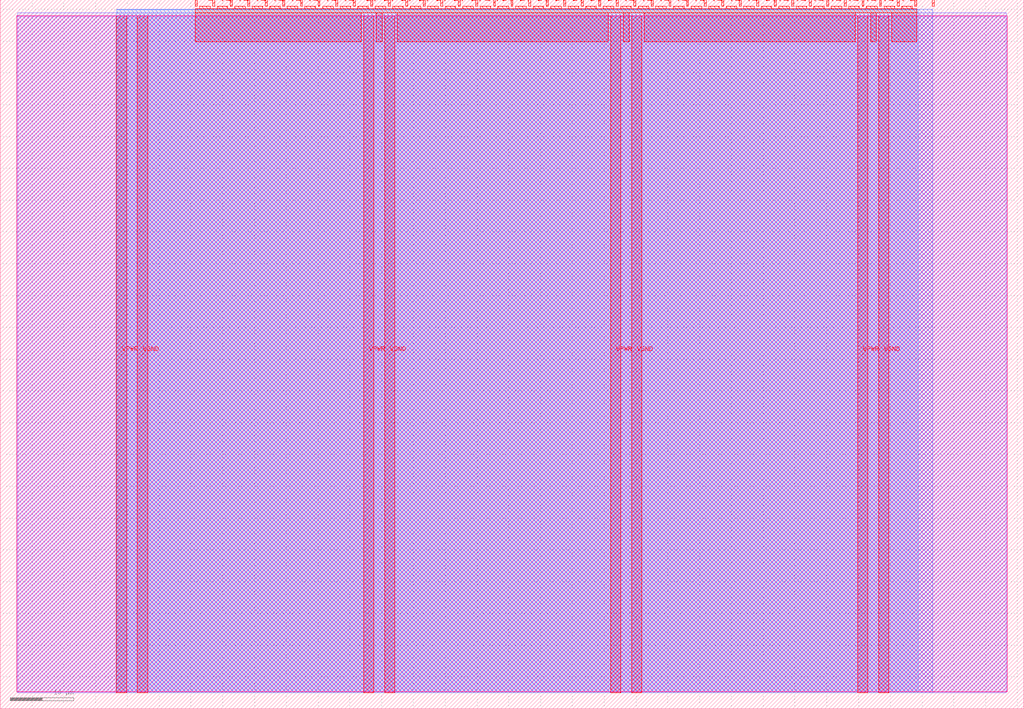
<source format=lef>
VERSION 5.7 ;
  NOWIREEXTENSIONATPIN ON ;
  DIVIDERCHAR "/" ;
  BUSBITCHARS "[]" ;
MACRO tt_um_fsm_haz
  CLASS BLOCK ;
  FOREIGN tt_um_fsm_haz ;
  ORIGIN 0.000 0.000 ;
  SIZE 161.000 BY 111.520 ;
  PIN VGND
    DIRECTION INOUT ;
    USE GROUND ;
    PORT
      LAYER met4 ;
        RECT 21.580 2.480 23.180 109.040 ;
    END
    PORT
      LAYER met4 ;
        RECT 60.450 2.480 62.050 109.040 ;
    END
    PORT
      LAYER met4 ;
        RECT 99.320 2.480 100.920 109.040 ;
    END
    PORT
      LAYER met4 ;
        RECT 138.190 2.480 139.790 109.040 ;
    END
  END VGND
  PIN VPWR
    DIRECTION INOUT ;
    USE POWER ;
    PORT
      LAYER met4 ;
        RECT 18.280 2.480 19.880 109.040 ;
    END
    PORT
      LAYER met4 ;
        RECT 57.150 2.480 58.750 109.040 ;
    END
    PORT
      LAYER met4 ;
        RECT 96.020 2.480 97.620 109.040 ;
    END
    PORT
      LAYER met4 ;
        RECT 134.890 2.480 136.490 109.040 ;
    END
  END VPWR
  PIN clk
    DIRECTION INPUT ;
    USE SIGNAL ;
    ANTENNAGATEAREA 0.852000 ;
    PORT
      LAYER met4 ;
        RECT 143.830 110.520 144.130 111.520 ;
    END
  END clk
  PIN ena
    DIRECTION INPUT ;
    USE SIGNAL ;
    PORT
      LAYER met4 ;
        RECT 146.590 110.520 146.890 111.520 ;
    END
  END ena
  PIN rst_n
    DIRECTION INPUT ;
    USE SIGNAL ;
    ANTENNAGATEAREA 0.196500 ;
    PORT
      LAYER met4 ;
        RECT 141.070 110.520 141.370 111.520 ;
    END
  END rst_n
  PIN ui_in[0]
    DIRECTION INPUT ;
    USE SIGNAL ;
    PORT
      LAYER met4 ;
        RECT 138.310 110.520 138.610 111.520 ;
    END
  END ui_in[0]
  PIN ui_in[1]
    DIRECTION INPUT ;
    USE SIGNAL ;
    PORT
      LAYER met4 ;
        RECT 135.550 110.520 135.850 111.520 ;
    END
  END ui_in[1]
  PIN ui_in[2]
    DIRECTION INPUT ;
    USE SIGNAL ;
    ANTENNAGATEAREA 0.196500 ;
    PORT
      LAYER met4 ;
        RECT 132.790 110.520 133.090 111.520 ;
    END
  END ui_in[2]
  PIN ui_in[3]
    DIRECTION INPUT ;
    USE SIGNAL ;
    ANTENNAGATEAREA 0.196500 ;
    PORT
      LAYER met4 ;
        RECT 130.030 110.520 130.330 111.520 ;
    END
  END ui_in[3]
  PIN ui_in[4]
    DIRECTION INPUT ;
    USE SIGNAL ;
    ANTENNAGATEAREA 0.196500 ;
    PORT
      LAYER met4 ;
        RECT 127.270 110.520 127.570 111.520 ;
    END
  END ui_in[4]
  PIN ui_in[5]
    DIRECTION INPUT ;
    USE SIGNAL ;
    ANTENNAGATEAREA 0.196500 ;
    PORT
      LAYER met4 ;
        RECT 124.510 110.520 124.810 111.520 ;
    END
  END ui_in[5]
  PIN ui_in[6]
    DIRECTION INPUT ;
    USE SIGNAL ;
    ANTENNAGATEAREA 0.196500 ;
    PORT
      LAYER met4 ;
        RECT 121.750 110.520 122.050 111.520 ;
    END
  END ui_in[6]
  PIN ui_in[7]
    DIRECTION INPUT ;
    USE SIGNAL ;
    ANTENNAGATEAREA 0.196500 ;
    PORT
      LAYER met4 ;
        RECT 118.990 110.520 119.290 111.520 ;
    END
  END ui_in[7]
  PIN uio_in[0]
    DIRECTION INPUT ;
    USE SIGNAL ;
    PORT
      LAYER met4 ;
        RECT 116.230 110.520 116.530 111.520 ;
    END
  END uio_in[0]
  PIN uio_in[1]
    DIRECTION INPUT ;
    USE SIGNAL ;
    PORT
      LAYER met4 ;
        RECT 113.470 110.520 113.770 111.520 ;
    END
  END uio_in[1]
  PIN uio_in[2]
    DIRECTION INPUT ;
    USE SIGNAL ;
    PORT
      LAYER met4 ;
        RECT 110.710 110.520 111.010 111.520 ;
    END
  END uio_in[2]
  PIN uio_in[3]
    DIRECTION INPUT ;
    USE SIGNAL ;
    PORT
      LAYER met4 ;
        RECT 107.950 110.520 108.250 111.520 ;
    END
  END uio_in[3]
  PIN uio_in[4]
    DIRECTION INPUT ;
    USE SIGNAL ;
    PORT
      LAYER met4 ;
        RECT 105.190 110.520 105.490 111.520 ;
    END
  END uio_in[4]
  PIN uio_in[5]
    DIRECTION INPUT ;
    USE SIGNAL ;
    PORT
      LAYER met4 ;
        RECT 102.430 110.520 102.730 111.520 ;
    END
  END uio_in[5]
  PIN uio_in[6]
    DIRECTION INPUT ;
    USE SIGNAL ;
    PORT
      LAYER met4 ;
        RECT 99.670 110.520 99.970 111.520 ;
    END
  END uio_in[6]
  PIN uio_in[7]
    DIRECTION INPUT ;
    USE SIGNAL ;
    PORT
      LAYER met4 ;
        RECT 96.910 110.520 97.210 111.520 ;
    END
  END uio_in[7]
  PIN uio_oe[0]
    DIRECTION OUTPUT ;
    USE SIGNAL ;
    PORT
      LAYER met4 ;
        RECT 49.990 110.520 50.290 111.520 ;
    END
  END uio_oe[0]
  PIN uio_oe[1]
    DIRECTION OUTPUT ;
    USE SIGNAL ;
    PORT
      LAYER met4 ;
        RECT 47.230 110.520 47.530 111.520 ;
    END
  END uio_oe[1]
  PIN uio_oe[2]
    DIRECTION OUTPUT ;
    USE SIGNAL ;
    PORT
      LAYER met4 ;
        RECT 44.470 110.520 44.770 111.520 ;
    END
  END uio_oe[2]
  PIN uio_oe[3]
    DIRECTION OUTPUT ;
    USE SIGNAL ;
    PORT
      LAYER met4 ;
        RECT 41.710 110.520 42.010 111.520 ;
    END
  END uio_oe[3]
  PIN uio_oe[4]
    DIRECTION OUTPUT ;
    USE SIGNAL ;
    PORT
      LAYER met4 ;
        RECT 38.950 110.520 39.250 111.520 ;
    END
  END uio_oe[4]
  PIN uio_oe[5]
    DIRECTION OUTPUT ;
    USE SIGNAL ;
    PORT
      LAYER met4 ;
        RECT 36.190 110.520 36.490 111.520 ;
    END
  END uio_oe[5]
  PIN uio_oe[6]
    DIRECTION OUTPUT ;
    USE SIGNAL ;
    PORT
      LAYER met4 ;
        RECT 33.430 110.520 33.730 111.520 ;
    END
  END uio_oe[6]
  PIN uio_oe[7]
    DIRECTION OUTPUT ;
    USE SIGNAL ;
    PORT
      LAYER met4 ;
        RECT 30.670 110.520 30.970 111.520 ;
    END
  END uio_oe[7]
  PIN uio_out[0]
    DIRECTION OUTPUT ;
    USE SIGNAL ;
    PORT
      LAYER met4 ;
        RECT 72.070 110.520 72.370 111.520 ;
    END
  END uio_out[0]
  PIN uio_out[1]
    DIRECTION OUTPUT ;
    USE SIGNAL ;
    PORT
      LAYER met4 ;
        RECT 69.310 110.520 69.610 111.520 ;
    END
  END uio_out[1]
  PIN uio_out[2]
    DIRECTION OUTPUT ;
    USE SIGNAL ;
    PORT
      LAYER met4 ;
        RECT 66.550 110.520 66.850 111.520 ;
    END
  END uio_out[2]
  PIN uio_out[3]
    DIRECTION OUTPUT ;
    USE SIGNAL ;
    PORT
      LAYER met4 ;
        RECT 63.790 110.520 64.090 111.520 ;
    END
  END uio_out[3]
  PIN uio_out[4]
    DIRECTION OUTPUT ;
    USE SIGNAL ;
    PORT
      LAYER met4 ;
        RECT 61.030 110.520 61.330 111.520 ;
    END
  END uio_out[4]
  PIN uio_out[5]
    DIRECTION OUTPUT ;
    USE SIGNAL ;
    PORT
      LAYER met4 ;
        RECT 58.270 110.520 58.570 111.520 ;
    END
  END uio_out[5]
  PIN uio_out[6]
    DIRECTION OUTPUT ;
    USE SIGNAL ;
    PORT
      LAYER met4 ;
        RECT 55.510 110.520 55.810 111.520 ;
    END
  END uio_out[6]
  PIN uio_out[7]
    DIRECTION OUTPUT ;
    USE SIGNAL ;
    PORT
      LAYER met4 ;
        RECT 52.750 110.520 53.050 111.520 ;
    END
  END uio_out[7]
  PIN uo_out[0]
    DIRECTION OUTPUT ;
    USE SIGNAL ;
    PORT
      LAYER met4 ;
        RECT 94.150 110.520 94.450 111.520 ;
    END
  END uo_out[0]
  PIN uo_out[1]
    DIRECTION OUTPUT ;
    USE SIGNAL ;
    PORT
      LAYER met4 ;
        RECT 91.390 110.520 91.690 111.520 ;
    END
  END uo_out[1]
  PIN uo_out[2]
    DIRECTION OUTPUT ;
    USE SIGNAL ;
    PORT
      LAYER met4 ;
        RECT 88.630 110.520 88.930 111.520 ;
    END
  END uo_out[2]
  PIN uo_out[3]
    DIRECTION OUTPUT ;
    USE SIGNAL ;
    PORT
      LAYER met4 ;
        RECT 85.870 110.520 86.170 111.520 ;
    END
  END uo_out[3]
  PIN uo_out[4]
    DIRECTION OUTPUT ;
    USE SIGNAL ;
    PORT
      LAYER met4 ;
        RECT 83.110 110.520 83.410 111.520 ;
    END
  END uo_out[4]
  PIN uo_out[5]
    DIRECTION OUTPUT ;
    USE SIGNAL ;
    ANTENNADIFFAREA 0.445500 ;
    PORT
      LAYER met4 ;
        RECT 80.350 110.520 80.650 111.520 ;
    END
  END uo_out[5]
  PIN uo_out[6]
    DIRECTION OUTPUT ;
    USE SIGNAL ;
    ANTENNADIFFAREA 0.445500 ;
    PORT
      LAYER met4 ;
        RECT 77.590 110.520 77.890 111.520 ;
    END
  END uo_out[6]
  PIN uo_out[7]
    DIRECTION OUTPUT ;
    USE SIGNAL ;
    ANTENNADIFFAREA 0.445500 ;
    PORT
      LAYER met4 ;
        RECT 74.830 110.520 75.130 111.520 ;
    END
  END uo_out[7]
  OBS
      LAYER nwell ;
        RECT 2.570 2.635 158.430 108.990 ;
      LAYER li1 ;
        RECT 2.760 2.635 158.240 108.885 ;
      LAYER met1 ;
        RECT 2.760 2.480 158.240 109.440 ;
      LAYER met2 ;
        RECT 18.310 2.535 146.640 110.005 ;
      LAYER met3 ;
        RECT 18.290 2.555 144.375 109.985 ;
      LAYER met4 ;
        RECT 31.370 110.120 33.030 110.520 ;
        RECT 34.130 110.120 35.790 110.520 ;
        RECT 36.890 110.120 38.550 110.520 ;
        RECT 39.650 110.120 41.310 110.520 ;
        RECT 42.410 110.120 44.070 110.520 ;
        RECT 45.170 110.120 46.830 110.520 ;
        RECT 47.930 110.120 49.590 110.520 ;
        RECT 50.690 110.120 52.350 110.520 ;
        RECT 53.450 110.120 55.110 110.520 ;
        RECT 56.210 110.120 57.870 110.520 ;
        RECT 58.970 110.120 60.630 110.520 ;
        RECT 61.730 110.120 63.390 110.520 ;
        RECT 64.490 110.120 66.150 110.520 ;
        RECT 67.250 110.120 68.910 110.520 ;
        RECT 70.010 110.120 71.670 110.520 ;
        RECT 72.770 110.120 74.430 110.520 ;
        RECT 75.530 110.120 77.190 110.520 ;
        RECT 78.290 110.120 79.950 110.520 ;
        RECT 81.050 110.120 82.710 110.520 ;
        RECT 83.810 110.120 85.470 110.520 ;
        RECT 86.570 110.120 88.230 110.520 ;
        RECT 89.330 110.120 90.990 110.520 ;
        RECT 92.090 110.120 93.750 110.520 ;
        RECT 94.850 110.120 96.510 110.520 ;
        RECT 97.610 110.120 99.270 110.520 ;
        RECT 100.370 110.120 102.030 110.520 ;
        RECT 103.130 110.120 104.790 110.520 ;
        RECT 105.890 110.120 107.550 110.520 ;
        RECT 108.650 110.120 110.310 110.520 ;
        RECT 111.410 110.120 113.070 110.520 ;
        RECT 114.170 110.120 115.830 110.520 ;
        RECT 116.930 110.120 118.590 110.520 ;
        RECT 119.690 110.120 121.350 110.520 ;
        RECT 122.450 110.120 124.110 110.520 ;
        RECT 125.210 110.120 126.870 110.520 ;
        RECT 127.970 110.120 129.630 110.520 ;
        RECT 130.730 110.120 132.390 110.520 ;
        RECT 133.490 110.120 135.150 110.520 ;
        RECT 136.250 110.120 137.910 110.520 ;
        RECT 139.010 110.120 140.670 110.520 ;
        RECT 141.770 110.120 143.430 110.520 ;
        RECT 30.655 109.440 144.145 110.120 ;
        RECT 30.655 104.895 56.750 109.440 ;
        RECT 59.150 104.895 60.050 109.440 ;
        RECT 62.450 104.895 95.620 109.440 ;
        RECT 98.020 104.895 98.920 109.440 ;
        RECT 101.320 104.895 134.490 109.440 ;
        RECT 136.890 104.895 137.790 109.440 ;
        RECT 140.190 104.895 144.145 109.440 ;
  END
END tt_um_fsm_haz
END LIBRARY


</source>
